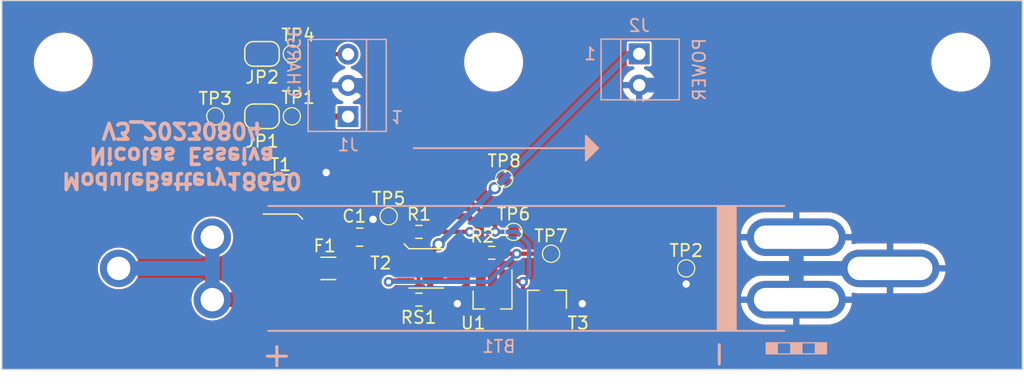
<source format=kicad_pcb>
(kicad_pcb (version 20241229) (generator "pcbnew") (generator_version "9.0")
  (layers (0 "F.Cu" signal) (2 "B.Cu" signal) (13 "F.Paste" user) (15 "B.Paste" user) (5 "F.SilkS" user "F.Silkscreen") (7 "B.SilkS" user "B.Silkscreen") (1 "F.Mask" user) (3 "B.Mask" user) (25 "Edge.Cuts" user))
  (net 0 "")
  (net 1 "Net-(BT1-+)")
  (net 2 "GND")
  (net 3 "Net-(JP1-B)")
  (net 4 "/Vch")
  (net 5 "Net-(J1-P3)")
  (net 6 "/Vbat")
  (net 7 "Net-(JP2-B)")
  (net 8 "Net-(U1-VDD)")
  (net 9 "Net-(T2-G)")
  (footprint "0ESNLib:TestPoint_Pad_D1.0mm" (layer "F.Cu") (at 149.86 110.49)
    (property "Reference" "TP8" (at 0 -1.448 0) (layer "F.SilkS"))
    (property "Value" "TestPoint")
    (fp_circle (center 0 0) (end 0.7 0) (stroke (width 0.1)) (fill no) (layer "F.SilkS"))
    (pad "1" smd circle (at 0 0) (size 1 1) (layers "F.Cu" "F.Mask") (net 6 "/Vbat"))
  )
  (footprint "0ESNLib:TestPoint_Pad_D1.0mm" (layer "F.Cu") (at 150.622 114.808)
    (property "Reference" "TP6" (at 0 -1.448 0) (layer "F.SilkS"))
    (property "Value" "TestPoint")
    (fp_circle (center 0 0) (end 0.7 0) (stroke (width 0.1)) (fill no) (layer "F.SilkS"))
    (pad "1" smd circle (at 0 0) (size 1 1) (layers "F.Cu" "F.Mask") (net 7 "Net-(JP2-B)"))
  )
  (footprint "0ESNLib:TestPoint_Pad_D1.0mm" (layer "F.Cu") (at 164.66 117.78)
    (property "Reference" "TP2" (at 0 -1.448 0) (layer "F.SilkS"))
    (property "Value" "TestPoint")
    (fp_circle (center 0 0) (end 0.7 0) (stroke (width 0.1)) (fill no) (layer "F.SilkS"))
    (pad "1" smd circle (at 0 0) (size 1 1) (layers "F.Cu" "F.Mask") (net 2 "GND"))
  )
  (footprint "0ESNLib:Fuse_1206_3216Metric_Pad1.42x1.75mm_HandSolder" (layer "F.Cu") (at 135.56 117.78)
    (property "Reference" "F1" (at -0.305 -1.829 0) (layer "F.SilkS"))
    (property "Value" "xx mA")
    (fp_line (start -0.602064 -0.91) (end 0.602064 -0.91) (stroke (width 0.12)) (layer "F.SilkS"))
    (fp_line (start -0.602064 0.91) (end 0.602064 0.91) (stroke (width 0.12)) (layer "F.SilkS"))
    (pad "1" smd rect (at -1.4875 0) (size 1.425 1.75) (layers "F.Cu" "F.Mask" "F.Paste") (net 1 "Net-(BT1-+)"))
    (pad "2" smd rect (at 1.4875 0) (size 1.425 1.75) (layers "F.Cu" "F.Mask" "F.Paste") (net 3 "Net-(JP1-B)"))
  )
  (footprint "0ESNLib:PowerPAK 1212-8S" (layer "F.Cu") (at 143.51 117.78)
    (property "Reference" "T2" (at -3.683 -0.432 0) (layer "F.SilkS"))
    (property "Value" "SISH101DN")
    (fp_line (start -1.4 -1.6) (end -1.8 -2) (stroke (width 0.12)) (layer "F.SilkS"))
    (fp_line (start -1.4 -1.6) (end 1.4 -1.6) (stroke (width 0.12)) (layer "F.SilkS"))
    (fp_line (start -1.4 1.6) (end 1.4 1.6) (stroke (width 0.12)) (layer "F.SilkS"))
    (pad "1" smd roundrect (at -1.69 -0.99) (size 1.5 0.405) (layers "F.Cu" "F.Mask" "F.Paste") (net 8 "Net-(U1-VDD)"))
    (pad "2" smd roundrect (at -1.69 -0.33) (size 1.5 0.405) (layers "F.Cu" "F.Mask" "F.Paste") (net 8 "Net-(U1-VDD)"))
    (pad "3" smd roundrect (at -1.69 0.33) (size 1.5 0.405) (layers "F.Cu" "F.Mask" "F.Paste") (net 8 "Net-(U1-VDD)"))
    (pad "4" smd roundrect (at -1.69 0.99) (size 1.5 0.405) (layers "F.Cu" "F.Mask" "F.Paste") (net 9 "Net-(T2-G)"))
    (pad "5" smd rect (at 0.5575 0) (size 1.725 2.235) (layers "F.Cu" "F.Mask" "F.Paste") (net 6 "/Vbat"))
    (pad "5" smd roundrect (at 1.805 -0.98) (size 1.27 0.405) (layers "F.Cu" "F.Mask" "F.Paste") (net 6 "/Vbat"))
    (pad "5" smd roundrect (at 1.805 -0.32) (size 1.27 0.405) (layers "F.Cu" "F.Mask" "F.Paste") (net 6 "/Vbat"))
    (pad "5" smd roundrect (at 1.805 0.34) (size 1.27 0.405) (layers "F.Cu" "F.Mask" "F.Paste") (net 6 "/Vbat"))
    (pad "5" smd roundrect (at 1.805 1) (size 1.27 0.405) (layers "F.Cu" "F.Mask" "F.Paste") (net 6 "/Vbat"))
  )
  (footprint "0ESNLib:TestPoint_Pad_D1.0mm" (layer "F.Cu") (at 132.588 100.33)
    (property "Reference" "TP4" (at 0.508 -1.524 180) (layer "F.SilkS"))
    (property "Value" "TestPoint")
    (fp_circle (center 0 0) (end 0.7 0) (stroke (width 0.1)) (fill no) (layer "F.SilkS"))
    (pad "1" smd circle (at 0 0) (size 1 1) (layers "F.Cu" "F.Mask") (net 5 "Net-(J1-P3)"))
  )
  (footprint "Jumper:SolderJumper-2_P1.3mm_Open_RoundedPad1.0x1.5mm" (layer "F.Cu") (at 130.16 100.33 180)
    (property "Reference" "JP2" (at -0.015 -1.905 0) (layer "F.SilkS"))
    (property "Value" "SolderJumper_2_Bridged")
    (fp_line (start 1.4 -0.3) (end 1.4 0.3) (stroke (width 0.12)) (layer "F.SilkS"))
    (fp_line (start 0.7 1) (end -0.7 1) (stroke (width 0.12)) (layer "F.SilkS"))
    (fp_line (start -0.7 -1) (end 0.7 -1) (stroke (width 0.12)) (layer "F.SilkS"))
    (fp_line (start -1.4 0.3) (end -1.4 -0.3) (stroke (width 0.12)) (layer "F.SilkS"))
    (fp_arc (start 1.4 0.3) (mid 1.194975 0.794975) (end 0.7 1) (stroke (width 0.12)) (layer "F.SilkS"))
    (fp_arc (start 0.7 -1) (mid 1.194975 -0.794975) (end 1.4 -0.3) (stroke (width 0.12)) (layer "F.SilkS"))
    (fp_arc (start -0.7 1) (mid -1.194975 0.794975) (end -1.4 0.3) (stroke (width 0.12)) (layer "F.SilkS"))
    (fp_arc (start -1.4 -0.3) (mid -1.194975 -0.794975) (end -0.7 -1) (stroke (width 0.12)) (layer "F.SilkS"))
    (pad "1" smd custom (at -0.65 0 180) (size 1 0.5) (layers "F.Cu" "F.Mask") (net 5 "Net-(J1-P3)") (options (clearance outline) (anchor rect)) (primitives (gr_circle (center 0 0.25) (end 0.5 0.25) (width 0) (fill yes)) (gr_circle (center 0 -0.25) (end 0.5 -0.25) (width 0) (fill yes)) (gr_poly (pts (xy 0.5 0.75) (xy 0 0.75) (xy 0 -0.75) (xy 0.5 -0.75)) (width 0) (fill yes))))
    (pad "2" smd custom (at 0.65 0 180) (size 1 0.5) (layers "F.Cu" "F.Mask") (net 7 "Net-(JP2-B)") (options (clearance outline) (anchor rect)) (primitives (gr_circle (center 0 0.25) (end 0.5 0.25) (width 0) (fill yes)) (gr_circle (center 0 -0.25) (end 0.5 -0.25) (width 0) (fill yes)) (gr_poly (pts (xy 0 0.75) (xy -0.5 0.75) (xy -0.5 -0.75) (xy 0 -0.75)) (width 0) (fill yes))))
  )
  (footprint "Resistor_SMD:R_0603_1608Metric_Pad0.98x0.95mm_HandSolder" (layer "F.Cu") (at 142.926 120.32)
    (property "Reference" "RS1" (at -0.0256 1.4476 0) (layer "F.SilkS"))
    (property "Value" "0R NP")
    (fp_line (start -0.254724 -0.5225) (end 0.254724 -0.5225) (stroke (width 0.12)) (layer "F.SilkS"))
    (fp_line (start -0.254724 0.5225) (end 0.254724 0.5225) (stroke (width 0.12)) (layer "F.SilkS"))
    (pad "1" smd roundrect (at -0.9125 0) (size 0.975 0.95) (layers "F.Cu" "F.Mask" "F.Paste") (net 8 "Net-(U1-VDD)"))
    (pad "2" smd roundrect (at 0.9125 0) (size 0.975 0.95) (layers "F.Cu" "F.Mask" "F.Paste") (net 6 "/Vbat"))
  )
  (footprint "0ESNLib:TestPoint_Pad_D1.0mm" (layer "F.Cu") (at 132.588 105.41)
    (property "Reference" "TP1" (at 0.508 -1.524 0) (layer "F.SilkS"))
    (property "Value" "TestPoint")
    (fp_circle (center 0 0) (end 0.7 0) (stroke (width 0.1)) (fill no) (layer "F.SilkS"))
    (pad "1" smd circle (at 0 0) (size 1 1) (layers "F.Cu" "F.Mask") (net 4 "/Vch"))
  )
  (footprint "0ESNLib:TestPoint_Pad_D1.0mm" (layer "F.Cu") (at 153.67 116.586)
    (property "Reference" "TP7" (at 0 -1.448 0) (layer "F.SilkS"))
    (property "Value" "TestPoint")
    (fp_circle (center 0 0) (end 0.7 0) (stroke (width 0.1)) (fill no) (layer "F.SilkS"))
    (pad "1" smd circle (at 0 0) (size 1 1) (layers "F.Cu" "F.Mask") (net 9 "Net-(T2-G)"))
  )
  (footprint "MountingHole:MountingHole_4.3mm_M4" (layer "F.Cu") (at 114 101)
    (property "Reference" "H1" (hide yes))
    (property "Value" "MountingHole")
    (pad "" np_thru_hole circle (at 0 0) (size 4.3 4.3) (drill 4.3) (layers "*.Cu" "*.Mask"))
  )
  (footprint "MountingHole:MountingHole_4.3mm_M4" (layer "F.Cu") (at 187 101)
    (property "Reference" "H3" (hide yes))
    (property "Value" "MountingHole")
    (pad "" np_thru_hole circle (at 0 0) (size 4.3 4.3) (drill 4.3) (layers "*.Cu" "*.Mask"))
  )
  (footprint "Jumper:SolderJumper-2_P1.3mm_Open_RoundedPad1.0x1.5mm" (layer "F.Cu") (at 130.16 105.41 180)
    (property "Reference" "JP1" (at 0 -2.032 0) (layer "F.SilkS"))
    (property "Value" "SolderJumper_2_Bridged")
    (fp_line (start 1.4 -0.3) (end 1.4 0.3) (stroke (width 0.12)) (layer "F.SilkS"))
    (fp_line (start 0.7 1) (end -0.7 1) (stroke (width 0.12)) (layer "F.SilkS"))
    (fp_line (start -0.7 -1) (end 0.7 -1) (stroke (width 0.12)) (layer "F.SilkS"))
    (fp_line (start -1.4 0.3) (end -1.4 -0.3) (stroke (width 0.12)) (layer "F.SilkS"))
    (fp_arc (start 1.4 0.3) (mid 1.194975 0.794975) (end 0.7 1) (stroke (width 0.12)) (layer "F.SilkS"))
    (fp_arc (start 0.7 -1) (mid 1.194975 -0.794975) (end 1.4 -0.3) (stroke (width 0.12)) (layer "F.SilkS"))
    (fp_arc (start -0.7 1) (mid -1.194975 0.794975) (end -1.4 0.3) (stroke (width 0.12)) (layer "F.SilkS"))
    (fp_arc (start -1.4 -0.3) (mid -1.194975 -0.794975) (end -0.7 -1) (stroke (width 0.12)) (layer "F.SilkS"))
    (pad "1" smd custom (at -0.65 0 180) (size 1 0.5) (layers "F.Cu" "F.Mask") (net 4 "/Vch") (options (clearance outline) (anchor rect)) (primitives (gr_circle (center 0 0.25) (end 0.5 0.25) (width 0) (fill yes)) (gr_circle (center 0 -0.25) (end 0.5 -0.25) (width 0) (fill yes)) (gr_poly (pts (xy 0.5 0.75) (xy 0 0.75) (xy 0 -0.75) (xy 0.5 -0.75)) (width 0) (fill yes))))
    (pad "2" smd custom (at 0.65 0 180) (size 1 0.5) (layers "F.Cu" "F.Mask") (net 3 "Net-(JP1-B)") (options (clearance outline) (anchor rect)) (primitives (gr_circle (center 0 0.25) (end 0.5 0.25) (width 0) (fill yes)) (gr_circle (center 0 -0.25) (end 0.5 -0.25) (width 0) (fill yes)) (gr_poly (pts (xy 0 0.75) (xy -0.5 0.75) (xy -0.5 -0.75) (xy 0 -0.75)) (width 0) (fill yes))))
  )
  (footprint "0ESNLib:TestPoint_Pad_D1.0mm" (layer "F.Cu") (at 140.462 113.538)
    (property "Reference" "TP5" (at 0 -1.448 0) (layer "F.SilkS"))
    (property "Value" "TestPoint")
    (fp_circle (center 0 0) (end 0.7 0) (stroke (width 0.1)) (fill no) (layer "F.SilkS"))
    (pad "1" smd circle (at 0 0) (size 1 1) (layers "F.Cu" "F.Mask") (net 8 "Net-(U1-VDD)"))
  )
  (footprint "MountingHole:MountingHole_4.3mm_M4" (layer "F.Cu") (at 149 101)
    (property "Reference" "H2" (hide yes))
    (property "Value" "MountingHole")
    (pad "" np_thru_hole circle (at 0 0) (size 4.3 4.3) (drill 4.3) (layers "*.Cu" "*.Mask"))
  )
  (footprint "0ESNLib:PowerPAK 1212-8S" (layer "F.Cu") (at 131.66 111.76 180)
    (property "Reference" "T1" (at 0 2.413 0) (layer "F.SilkS"))
    (property "Value" "SISH101DN")
    (fp_line (start -1.4 1.6) (end 1.4 1.6) (stroke (width 0.12)) (layer "F.SilkS"))
    (fp_line (start -1.4 -1.6) (end 1.4 -1.6) (stroke (width 0.12)) (layer "F.SilkS"))
    (fp_line (start -1.4 -1.6) (end -1.8 -2) (stroke (width 0.12)) (layer "F.SilkS"))
    (pad "1" smd roundrect (at -1.69 -0.99 180) (size 1.5 0.405) (layers "F.Cu" "F.Mask" "F.Paste") (net 8 "Net-(U1-VDD)"))
    (pad "2" smd roundrect (at -1.69 -0.33 180) (size 1.5 0.405) (layers "F.Cu" "F.Mask" "F.Paste") (net 8 "Net-(U1-VDD)"))
    (pad "3" smd roundrect (at -1.69 0.33 180) (size 1.5 0.405) (layers "F.Cu" "F.Mask" "F.Paste") (net 8 "Net-(U1-VDD)"))
    (pad "4" smd roundrect (at -1.69 0.99 180) (size 1.5 0.405) (layers "F.Cu" "F.Mask" "F.Paste") (net 2 "GND"))
    (pad "5" smd rect (at 0.5575 0 180) (size 1.725 2.235) (layers "F.Cu" "F.Mask" "F.Paste") (net 3 "Net-(JP1-B)"))
    (pad "5" smd roundrect (at 1.805 -0.98 180) (size 1.27 0.405) (layers "F.Cu" "F.Mask" "F.Paste") (net 3 "Net-(JP1-B)"))
    (pad "5" smd roundrect (at 1.805 -0.32 180) (size 1.27 0.405) (layers "F.Cu" "F.Mask" "F.Paste") (net 3 "Net-(JP1-B)"))
    (pad "5" smd roundrect (at 1.805 0.34 180) (size 1.27 0.405) (layers "F.Cu" "F.Mask" "F.Paste") (net 3 "Net-(JP1-B)"))
    (pad "5" smd roundrect (at 1.805 1 180) (size 1.27 0.405) (layers "F.Cu" "F.Mask" "F.Paste") (net 3 "Net-(JP1-B)"))
  )
  (footprint "Capacitor_SMD:C_0805_2012Metric_Pad1.18x1.45mm_HandSolder" (layer "F.Cu") (at 138.1 115.24)
    (property "Reference" "C1" (at -0.432 -1.702 0) (layer "F.SilkS"))
    (property "Value" "4.7uF")
    (fp_line (start -0.261252 -0.735) (end 0.261252 -0.735) (stroke (width 0.12)) (layer "F.SilkS"))
    (fp_line (start -0.261252 0.735) (end 0.261252 0.735) (stroke (width 0.12)) (layer "F.SilkS"))
    (pad "1" smd roundrect (at -1.0375 0) (size 1.175 1.45) (layers "F.Cu" "F.Mask" "F.Paste") (roundrect_rratio 0.212766) (net 3 "Net-(JP1-B)"))
    (pad "2" smd roundrect (at 1.0375 0) (size 1.175 1.45) (layers "F.Cu" "F.Mask" "F.Paste") (roundrect_rratio 0.212766) (net 2 "GND"))
  )
  (footprint "Package_TO_SOT_SMD:SOT-23_Handsoldering" (layer "F.Cu") (at 153.34 120.32 90)
    (property "Reference" "T3" (at -1.905 2.54 0) (layer "F.SilkS"))
    (property "Value" "FDN337N")
    (fp_line (start 0.76 -1.58) (end -2.4 -1.58) (stroke (width 0.12)) (layer "F.SilkS"))
    (fp_line (start 0.76 -1.58) (end 0.76 -0.65) (stroke (width 0.12)) (layer "F.SilkS"))
    (fp_line (start 0.76 1.58) (end 0.76 0.65) (stroke (width 0.12)) (layer "F.SilkS"))
    (fp_line (start 0.76 1.58) (end -0.7 1.58) (stroke (width 0.12)) (layer "F.SilkS"))
    (pad "1" smd rect (at -1.5 -0.95 90) (size 1.9 0.8) (layers "F.Cu" "F.Mask" "F.Paste") (net 7 "Net-(JP2-B)"))
    (pad "2" smd rect (at -1.5 0.95 90) (size 1.9 0.8) (layers "F.Cu" "F.Mask" "F.Paste") (net 2 "GND"))
    (pad "3" smd rect (at 1.5 0 90) (size 1.9 0.8) (layers "F.Cu" "F.Mask" "F.Paste") (net 9 "Net-(T2-G)"))
  )
  (footprint "Package_TO_SOT_SMD:SOT-23_Handsoldering" (layer "F.Cu") (at 148.91 120.32 -90)
    (property "Reference" "U1" (at 1.905 1.575 180) (layer "F.SilkS"))
    (property "Value" "MCP121T-315E")
    (fp_line (start 0.76 1.58) (end -0.7 1.58) (stroke (width 0.12)) (layer "F.SilkS"))
    (fp_line (start 0.76 1.58) (end 0.76 0.65) (stroke (width 0.12)) (layer "F.SilkS"))
    (fp_line (start 0.76 -1.58) (end 0.76 -0.65) (stroke (width 0.12)) (layer "F.SilkS"))
    (fp_line (start 0.76 -1.58) (end -2.4 -1.58) (stroke (width 0.12)) (layer "F.SilkS"))
    (pad "1" smd rect (at -1.5 -0.95 270) (size 1.9 0.8) (layers "F.Cu" "F.Mask" "F.Paste") (net 7 "Net-(JP2-B)"))
    (pad "2" smd rect (at -1.5 0.95 270) (size 1.9 0.8) (layers "F.Cu" "F.Mask" "F.Paste") (net 8 "Net-(U1-VDD)"))
    (pad "3" smd rect (at 1.5 0 270) (size 1.9 0.8) (layers "F.Cu" "F.Mask" "F.Paste") (net 2 "GND"))
  )
  (footprint "Resistor_SMD:R_0603_1608Metric_Pad0.98x0.95mm_HandSolder" (layer "F.Cu") (at 148.844 116.51)
    (property "Reference" "R2" (at -0.762 -1.3464 0) (layer "F.SilkS"))
    (property "Value" "100k")
    (fp_line (start -0.254724 -0.5225) (end 0.254724 -0.5225) (stroke (width 0.12)) (layer "F.SilkS"))
    (fp_line (start -0.254724 0.5225) (end 0.254724 0.5225) (stroke (width 0.12)) (layer "F.SilkS"))
    (pad "1" smd roundrect (at -0.9125 0) (size 0.975 0.95) (layers "F.Cu" "F.Mask" "F.Paste") (net 8 "Net-(U1-VDD)"))
    (pad "2" smd roundrect (at 0.9125 0) (size 0.975 0.95) (layers "F.Cu" "F.Mask" "F.Paste") (net 9 "Net-(T2-G)"))
  )
  (footprint "Resistor_SMD:R_0603_1608Metric_Pad0.98x0.95mm_HandSolder" (layer "F.Cu") (at 142.926 114.808)
    (property "Reference" "R1" (at 0 -1.43 0) (layer "F.SilkS"))
    (property "Value" "100k")
    (fp_line (start -0.254724 -0.5225) (end 0.254724 -0.5225) (stroke (width 0.12)) (layer "F.SilkS"))
    (fp_line (start -0.254724 0.5225) (end 0.254724 0.5225) (stroke (width 0.12)) (layer "F.SilkS"))
    (pad "1" smd roundrect (at -0.9125 0) (size 0.975 0.95) (layers "F.Cu" "F.Mask" "F.Paste") (net 8 "Net-(U1-VDD)"))
    (pad "2" smd roundrect (at 0.9125 0) (size 0.975 0.95) (layers "F.Cu" "F.Mask" "F.Paste") (net 7 "Net-(JP2-B)"))
  )
  (footprint "0ESNLib:TestPoint_Pad_D1.0mm" (layer "F.Cu") (at 126.365 105.41)
    (property "Reference" "TP3" (at 0 -1.448 0) (layer "F.SilkS"))
    (property "Value" "TestPoint")
    (fp_circle (center 0 0) (end 0.7 0) (stroke (width 0.1)) (fill no) (layer "F.SilkS"))
    (pad "1" smd circle (at 0 0) (size 1 1) (layers "F.Cu" "F.Mask") (net 3 "Net-(JP1-B)"))
  )
  (footprint "0ESNLib:Connector_3p_m" (layer "B.Cu") (at 137.16 105.435)
    (property "Reference" "J1" (at 0 2.3 180) (layer "B.SilkS") (effects (justify mirror)))
    (property "Value" "Connector_3p")
    (fp_line (start -3.25 -6.28) (end -3.25 1.2) (stroke (width 0.12)) (layer "B.SilkS"))
    (fp_line (start -3.25 -6.28) (end 3.1 -6.28) (stroke (width 0.12)) (layer "B.SilkS"))
    (fp_line (start -3.25 1.2) (end 3.1 1.2) (stroke (width 0.12)) (layer "B.SilkS"))
    (fp_line (start 1.5 1.2) (end 1.5 -6.28) (stroke (width 0.12)) (layer "B.SilkS"))
    (fp_line (start 3.1 1.2) (end 3.1 -6.28) (stroke (width 0.12)) (layer "B.SilkS"))
    (fp_text user "1" (at 4 0 180) (layer "B.SilkS") (effects (justify mirror)))
    (pad "1" thru_hole rect (at 0 0) (size 1.7 1.7) (drill 1) (layers "*.Cu" "*.Mask") (net 4 "/Vch"))
    (pad "2" thru_hole oval (at 0 -2.54) (size 1.7 1.7) (drill 1) (layers "*.Cu" "*.Mask") (net 2 "GND"))
    (pad "3" thru_hole oval (at 0 -5.08) (size 1.7 1.7) (drill 1) (layers "*.Cu" "*.Mask") (net 5 "Net-(J1-P3)"))
  )
  (footprint "0ESNLib:Connector_2p_m" (layer "B.Cu") (at 160.84 100.33 180)
    (property "Reference" "J2" (at 0 2.3 0) (layer "B.SilkS") (effects (justify mirror)))
    (property "Value" "Connector_2p_r")
    (fp_line (start 3.1 1.2) (end 3.1 -3.74) (stroke (width 0.12)) (layer "B.SilkS"))
    (fp_line (start 1.5 1.2) (end 1.5 -3.74) (stroke (width 0.12)) (layer "B.SilkS"))
    (fp_line (start -3.25 1.2) (end 3.1 1.2) (stroke (width 0.12)) (layer "B.SilkS"))
    (fp_line (start -3.25 -3.74) (end 3.1 -3.74) (stroke (width 0.12)) (layer "B.SilkS"))
    (fp_line (start -3.25 -3.74) (end -3.25 1.2) (stroke (width 0.12)) (layer "B.SilkS"))
    (fp_text user "1" (at 4 0 0) (layer "B.SilkS") (effects (justify mirror)))
    (pad "1" thru_hole rect (at 0 0 180) (size 1.7 1.7) (drill 1) (layers "*.Cu" "*.Mask") (net 6 "/Vbat"))
    (pad "2" thru_hole oval (at 0 -2.54 180) (size 1.7 1.7) (drill 1) (layers "*.Cu" "*.Mask") (net 2 "GND"))
  )
  (footprint "0ESNLib:18650_Battery_holder" (layer "B.Cu") (at 171.12 117.78)
    (property "Reference" "BT1" (at -21.7 6.35 180) (layer "B.SilkS") (effects (justify mirror)))
    (property "Value" "LiIon 3.7V 4.2V")
    (fp_line (start -40.46 5.08) (end 1.53 5.08) (stroke (width 0.15)) (layer "B.SilkS"))
    (fp_line (start 0.975 6.05) (end 2.025 6.05) (stroke (width 0.1)) (layer "B.SilkS"))
    (fp_line (start 1 6.95) (end 2.05 6.95) (stroke (width 0.1)) (layer "B.SilkS"))
    (fp_line (start 1.53 -5.08) (end -40.46 -5.08) (stroke (width 0.15)) (layer "B.SilkS"))
    (fp_line (start 2.95 6.05) (end 4 6.05) (stroke (width 0.1)) (layer "B.SilkS"))
    (fp_line (start 2.975 6.95) (end 4.025 6.95) (stroke (width 0.1)) (layer "B.SilkS"))
    (fp_rect (start 0 6) (end 1 7) (fill yes) (layer "B.SilkS"))
    (fp_rect (start 2 6) (end 3 7) (fill yes) (layer "B.SilkS"))
    (fp_rect (start 4 6) (end 5 7) (fill yes) (layer "B.SilkS"))
    (fp_poly (pts (xy -2.396 5.08) (xy -2.396 -5.08) (xy -3.92 -5.08) (xy -3.92 5.08)) (stroke (width 0.1)) (fill yes) (layer "B.SilkS"))
    (fp_text user "-" (at -3.92 6.985 270) (layer "B.SilkS") (effects (font (size 2.032 2.032) (thickness 0.25)) (justify mirror)))
    (fp_text user "+" (at -39.75 6.985 180) (layer "B.SilkS") (effects (font (size 2.032 2.032) (thickness 0.25)) (justify mirror)))
    (pad "1" thru_hole circle (at -52.62 0) (size 3.048 3.048) (drill 1.905) (layers "*.Cu" "*.Mask") (net 1 "Net-(BT1-+)"))
    (pad "1" thru_hole circle (at -45 -2.54) (size 3.048 3.048) (drill 1.905) (layers "*.Cu" "*.Mask") (net 1 "Net-(BT1-+)"))
    (pad "1" thru_hole circle (at -45 2.54) (size 3.048 3.048) (drill 1.905) (layers "*.Cu" "*.Mask") (net 1 "Net-(BT1-+)"))
    (pad "2" thru_hole oval (at 2.5 -2.54) (size 8.048 3.048) (drill oval 6.905 1.905) (layers "*.Cu" "*.Mask") (net 2 "GND"))
    (pad "2" thru_hole oval (at 2.5 2.54) (size 8.048 3.048) (drill oval 6.905 1.905) (layers "*.Cu" "*.Mask") (net 2 "GND"))
    (pad "2" thru_hole oval (at 10.12 0) (size 8.048 3.048) (drill oval 6.905 1.905) (layers "*.Cu" "*.Mask") (net 2 "GND"))
  )
  (gr_poly (pts (xy 157.5 108) (xy 156.5 109) (xy 156.5 107)) (stroke (width 0.15)) (fill yes) (layer "B.SilkS"))
  (gr_line (start 142.5 108) (end 157.5 108) (stroke (width 0.15)) (layer "B.SilkS"))
  (gr_rect (start 109 96) (end 192 126) (stroke (width 0.1)) (fill no) (layer "Edge.Cuts"))
  (gr_text "POWER" (at 165.735 101.6 90) (layer "B.SilkS") (effects (font (size 1 1)) (justify mirror)))
  (gr_text "ModuleBattery18650\nNicolas Esseiva\nV3_20230804" (at 123.6472 108.6104 180) (layer "B.SilkS") (effects (font (size 1.27 1.27) (thickness 0.3)) (justify mirror)))
  (gr_text "CHARGE" (at 132.715 100.965 270) (layer "B.SilkS") (effects (font (size 1 1)) (justify mirror)))
  (segment (start 134.0725 119.2675) (end 134.0725 117.78) (width 1.2) (layer "F.Cu") (net 1))
  (segment (start 133.02 120.32) (end 134.0725 119.2675) (width 1.2) (layer "F.Cu") (net 1))
  (segment (start 126.12 120.32) (end 133.02 120.32) (width 1.2) (layer "F.Cu") (net 1))
  (segment (start 126.06 117.78) (end 126.12 117.72) (width 1.2) (layer "B.Cu") (net 1))
  (segment (start 118.5 117.78) (end 126.06 117.78) (width 1.2) (layer "B.Cu") (net 1))
  (segment (start 126.12 115.24) (end 126.12 117.72) (width 1.2) (layer "B.Cu") (net 1))
  (segment (start 126.12 117.72) (end 126.12 120.32) (width 1.2) (layer "B.Cu") (net 1))
  (segment (start 139.192 113.792) (end 139.192 115.1855) (width 0.5) (layer "F.Cu") (net 2))
  (segment (start 164.66 117.78) (end 164.66 119.05) (width 1.2) (layer "F.Cu") (net 2))
  (segment (start 147.22 121.82) (end 146.05 120.65) (width 0.5) (layer "F.Cu") (net 2))
  (segment (start 155.04 121.82) (end 156.21 120.65) (width 0.5) (layer "F.Cu") (net 2))
  (segment (start 133.35 110.77) (end 134.594 110.77) (width 0.5) (layer "F.Cu") (net 2))
  (segment (start 139.192 115.1855) (end 139.1375 115.24) (width 0.5) (layer "F.Cu") (net 2))
  (segment (start 148.91 121.82) (end 147.22 121.82) (width 0.5) (layer "F.Cu") (net 2))
  (segment (start 154.29 121.82) (end 155.04 121.82) (width 0.5) (layer "F.Cu") (net 2))
  (segment (start 134.594 110.77) (end 135.382 109.982) (width 0.5) (layer "F.Cu") (net 2))
  (via (at 146.05 120.65) (size 1) (drill 0.6) (layers "F.Cu" "B.Cu") (net 2))
  (via (at 156.21 120.65) (size 1) (drill 0.6) (layers "F.Cu" "B.Cu") (net 2))
  (via (at 135.382 109.982) (size 1) (drill 0.6) (layers "F.Cu" "B.Cu") (net 2))
  (via (at 164.66 119.05) (size 1) (drill 0.6) (layers "F.Cu" "B.Cu") (net 2))
  (via (at 139.192 113.792) (size 1) (drill 0.6) (layers "F.Cu" "B.Cu") (net 2))
  (segment (start 138.201 102.895) (end 137.16 102.895) (width 1.2) (layer "B.Cu") (net 2))
  (segment (start 139.192 119.888) (end 139.192 115.824) (width 1.2) (layer "B.Cu") (net 2))
  (segment (start 156.21 121.768) (end 156.134 121.844) (width 0.5) (layer "B.Cu") (net 2))
  (segment (start 164.465 102.87) (end 160.84 102.87) (width 1.2) (layer "B.Cu") (net 2))
  (segment (start 147.134 121.844) (end 146.05 121.844) (width 1.2) (layer "B.Cu") (net 2))
  (segment (start 166.802 117.78) (end 166.802 105.207) (width 1.2) (layer "B.Cu") (net 2))
  (segment (start 139.192 115.824) (end 139.192 113.792) (width 1.2) (layer "B.Cu") (net 2))
  (segment (start 139.192 115.824) (end 139.192 103.886) (width 1.2) (layer "B.Cu") (net 2))
  (segment (start 135.382 109.982) (end 139.192 109.982) (width 0.5) (layer "B.Cu") (net 2))
  (segment (start 146.05 121.844) (end 141.148 121.844) (width 1.2) (layer "B.Cu") (net 2))
  (segment (start 141.148 121.844) (end 139.192 119.888) (width 1.2) (layer "B.Cu") (net 2))
  (segment (start 166.802 117.78) (end 161.722 117.78) (width 1.2) (layer "B.Cu") (net 2))
  (segment (start 166.802 105.207) (end 164.465 102.87) (width 1.2) (layer "B.Cu") (net 2))
  (segment (start 161.722 117.78) (end 157.658 121.844) (width 1.2) (layer "B.Cu") (net 2))
  (segment (start 156.134 121.844) (end 147.134 121.844) (width 1.2) (layer "B.Cu") (net 2))
  (segment (start 166.802 117.78) (end 180.49 117.78) (width 1.2) (layer "B.Cu") (net 2))
  (segment (start 146.05 120.65) (end 146.05 121.844) (width 0.5) (layer "B.Cu") (net 2))
  (segment (start 164.66 119.05) (end 164.66 117.78) (width 1.2) (layer "B.Cu") (net 2))
  (segment (start 139.192 103.886) (end 138.201 102.895) (width 1.2) (layer "B.Cu") (net 2))
  (segment (start 157.658 121.844) (end 156.134 121.844) (width 1.2) (layer "B.Cu") (net 2))
  (segment (start 156.21 120.65) (end 156.21 121.768) (width 0.5) (layer "B.Cu") (net 2))
  (segment (start 173.62 115.24) (end 173.62 120.32) (width 1.2) (layer "B.Cu") (net 2))
  (segment (start 129.855 110.76) (end 128.032 110.76) (width 0.5) (layer "F.Cu") (net 3))
  (segment (start 128.016 105.41) (end 128.016 110.744) (width 0.5) (layer "F.Cu") (net 3))
  (segment (start 129.855 112.08) (end 128.082 112.08) (width 0.5) (layer "F.Cu") (net 3))
  (segment (start 137.0475 117.78) (end 137.0475 115.255) (width 0.5) (layer "F.Cu") (net 3))
  (segment (start 131.75 115.24) (end 131.1025 114.5925) (width 0.5) (layer "F.Cu") (net 3))
  (segment (start 128.016 110.744) (end 128.016 111.506) (width 0.5) (layer "F.Cu") (net 3))
  (segment (start 128.016 112.014) (end 128.742 112.74) (width 0.5) (layer "F.Cu") (net 3))
  (segment (start 131.1025 114.5925) (end 131.1025 111.76) (width 0.5) (layer "F.Cu") (net 3))
  (segment (start 128.082 112.08) (end 128.016 112.014) (width 0.5) (layer "F.Cu") (net 3))
  (segment (start 128.016 111.506) (end 128.016 112.014) (width 0.5) (layer "F.Cu") (net 3))
  (segment (start 126.365 105.41) (end 128.016 105.41) (width 0.5) (layer "F.Cu") (net 3))
  (segment (start 128.016 105.41) (end 129.51 105.41) (width 0.5) (layer "F.Cu") (net 3))
  (segment (start 137.0475 115.255) (end 137.0625 115.24) (width 0.5) (layer "F.Cu") (net 3))
  (segment (start 137.0625 115.24) (end 131.75 115.24) (width 0.5) (layer "F.Cu") (net 3))
  (segment (start 128.742 112.74) (end 129.855 112.74) (width 0.5) (layer "F.Cu") (net 3))
  (segment (start 129.855 111.42) (end 128.102 111.42) (width 0.5) (layer "F.Cu") (net 3))
  (segment (start 128.102 111.42) (end 128.016 111.506) (width 0.5) (layer "F.Cu") (net 3))
  (segment (start 128.032 110.76) (end 128.016 110.744) (width 0.5) (layer "F.Cu") (net 3))
  (segment (start 132.588 105.41) (end 132.613 105.435) (width 0.5) (layer "F.Cu") (net 4))
  (segment (start 132.613 105.435) (end 132.715 105.435) (width 0.5) (layer "F.Cu") (net 4))
  (segment (start 137.16 105.435) (end 132.715 105.435) (width 0.5) (layer "F.Cu") (net 4))
  (segment (start 132.715 105.435) (end 130.835 105.435) (width 0.5) (layer "F.Cu") (net 4))
  (segment (start 130.835 105.435) (end 130.81 105.41) (width 0.5) (layer "F.Cu") (net 4))
  (segment (start 130.81 100.33) (end 130.835 100.355) (width 0.35) (layer "F.Cu") (net 5))
  (segment (start 130.835 100.355) (end 137.16 100.355) (width 0.35) (layer "F.Cu") (net 5))
  (segment (start 144.0675 117.78) (end 144.0675 116.2825) (width 0.5) (layer "F.Cu") (net 6))
  (segment (start 146.802 118.12) (end 146.812 118.11) (width 0.5) (layer "F.Cu") (net 6))
  (segment (start 143.8385 120.32) (end 143.8385 118.009) (width 0.5) (layer "F.Cu") (net 6))
  (segment (start 145.315 118.12) (end 146.802 118.12) (width 0.5) (layer "F.Cu") (net 6))
  (segment (start 146.812 118.872) (end 146.812 119.126) (width 0.5) (layer "F.Cu") (net 6))
  (segment (start 149.86 110.49) (end 149.098 111.252) (width 0.5) (layer "F.Cu") (net 6))
  (segment (start 143.8385 118.009) (end 144.0675 117.78) (width 0.5) (layer "F.Cu") (net 6))
  (segment (start 146.7 117.46) (end 146.812 117.348) (width 0.5) (layer "F.Cu") (net 6))
  (segment (start 146.812 117.094) (end 146.812 117.348) (width 0.5) (layer "F.Cu") (net 6))
  (segment (start 146.72 118.78) (end 146.812 118.872) (width 0.5) (layer "F.Cu") (net 6))
  (segment (start 146.812 117.348) (end 146.812 118.11) (width 0.5) (layer "F.Cu") (net 6))
  (segment (start 146.304 119.634) (end 145.542 119.634) (width 0.5) (layer "F.Cu") (net 6))
  (segment (start 145.542 119.634) (end 144.856 120.32) (width 0.5) (layer "F.Cu") (net 6))
  (segment (start 146.518 116.8) (end 146.812 117.094) (width 0.5) (layer "F.Cu") (net 6))
  (segment (start 146.812 118.11) (end 146.812 118.872) (width 0.5) (layer "F.Cu") (net 6))
  (segment (start 146.812 119.126) (end 146.304 119.634) (width 0.5) (layer "F.Cu") (net 6))
  (segment (start 145.315 116.8) (end 146.518 116.8) (width 0.5) (layer "F.Cu") (net 6))
  (segment (start 144.856 120.32) (end 143.8385 120.32) (width 0.5) (layer "F.Cu") (net 6))
  (segment (start 144.0675 116.2825) (end 144.526 115.824) (width 0.5) (layer "F.Cu") (net 6))
  (segment (start 145.315 117.46) (end 146.7 117.46) (width 0.5) (layer "F.Cu") (net 6))
  (segment (start 145.315 118.78) (end 146.72 118.78) (width 0.5) (layer "F.Cu") (net 6))
  (via (at 149.098 111.252) (size 1) (drill 0.6) (layers "F.Cu" "B.Cu") (net 6))
  (via (at 144.526 115.824) (size 1) (drill 0.6) (layers "F.Cu" "B.Cu") (net 6))
  (segment (start 160.02 100.33) (end 160.84 100.33) (width 0.5) (layer "B.Cu") (net 6))
  (segment (start 149.098 111.252) (end 160.02 100.33) (width 0.5) (layer "B.Cu") (net 6))
  (segment (start 144.526 115.824) (end 149.098 111.252) (width 0.5) (layer "B.Cu") (net 6))
  (segment (start 150.622 114.808) (end 149.132552 114.808) (width 0.35) (layer "F.Cu") (net 7))
  (segment (start 149.86 118.82) (end 151.33194 118.82) (width 0.35) (layer "F.Cu") (net 7))
  (segment (start 129.51 99.09) (end 129.51 100.33) (width 0.35) (layer "F.Cu") (net 7))
  (segment (start 152.39 121.82) (end 151.792 121.82) (width 0.35) (layer "F.Cu") (net 7))
  (segment (start 151.792 121.82) (end 151.384 121.412) (width 0.35) (layer "F.Cu") (net 7))
  (segment (start 138.43 98.298) (end 130.302 98.298) (width 0.35) (layer "F.Cu") (net 7))
  (segment (start 147.065976 114.808) (end 147.066 114.807976) (width 0.35) (layer "F.Cu") (net 7))
  (segment (start 149.132548 114.334548) (end 139.7 104.902) (width 0.35) (layer "F.Cu") (net 7))
  (segment (start 139.7 99.568) (end 138.43 98.298) (width 0.35) (layer "F.Cu") (net 7))
  (segment (start 149.132548 114.807996) (end 149.132548 114.334548) (width 0.35) (layer "F.Cu") (net 7))
  (segment (start 151.33194 118.82) (end 151.38394 118.872) (width 0.35) (layer "F.Cu") (net 7))
  (segment (start 151.384 121.412) (end 151.384 118.87206) (width 0.35) (layer "F.Cu") (net 7))
  (segment (start 139.7 104.902) (end 139.7 99.568) (width 0.35) (layer "F.Cu") (net 7))
  (segment (start 149.132552 114.808) (end 149.132548 114.807996) (width 0.35) (layer "F.Cu") (net 7))
  (segment (start 130.302 98.298) (end 129.51 99.09) (width 0.35) (layer "F.Cu") (net 7))
  (segment (start 151.384 118.87206) (end 151.38394 118.872) (width 0.35) (layer "F.Cu") (net 7))
  (segment (start 143.8385 114.808) (end 147.065976 114.808) (width 0.35) (layer "F.Cu") (net 7))
  (via (at 151.38394 118.872) (size 0.8) (drill 0.4) (layers "F.Cu" "B.Cu") (net 7))
  (via (at 147.066 114.807976) (size 0.8) (drill 0.4) (layers "F.Cu" "B.Cu") (net 7))
  (via (at 149.132548 114.807996) (size 0.8) (drill 0.4) (layers "F.Cu" "B.Cu") (net 7))
  (segment (start 150.875976 114.807976) (end 147.066 114.807976) (width 0.35) (layer "B.Cu") (net 7))
  (segment (start 151.892 115.824) (end 150.875976 114.807976) (width 0.35) (layer "B.Cu") (net 7))
  (segment (start 151.892 118.36394) (end 151.892 115.824) (width 0.35) (layer "B.Cu") (net 7))
  (segment (start 151.38394 118.872) (end 151.892 118.36394) (width 0.35) (layer "B.Cu") (net 7))
  (segment (start 135.712 112.09) (end 135.725 112.103) (width 0.5) (layer "F.Cu") (net 8))
  (segment (start 140.564 117.45) (end 140.462 117.348) (width 0.5) (layer "F.Cu") (net 8))
  (segment (start 147.96 114.598913) (end 146.899087 113.538) (width 0.5) (layer "F.Cu") (net 8))
  (segment (start 135.078 112.75) (end 135.725 112.103) (width 0.5) (layer "F.Cu") (net 8))
  (segment (start 139.624 111.43) (end 136.398 111.43) (width 0.5) (layer "F.Cu") (net 8))
  (segment (start 140.462 117.602) (end 140.462 117.348) (width 0.5) (layer "F.Cu") (net 8))
  (segment (start 146.899087 113.538) (end 140.462 113.538) (width 0.5) (layer "F.Cu") (net 8))
  (segment (start 136.398 111.43) (end 133.35 111.43) (width 0.5) (layer "F.Cu") (net 8))
  (segment (start 140.462 114.808) (end 140.462 115.316) (width 0.5) (layer "F.Cu") (net 8))
  (segment (start 133.35 112.75) (end 135.078 112.75) (width 0.5) (layer "F.Cu") (net 8))
  (segment (start 147.96 118.82) (end 147.96 114.598913) (width 0.5) (layer "F.Cu") (net 8))
  (segment (start 140.462 112.268) (end 139.624 111.43) (width 0.5) (layer "F.Cu") (net 8))
  (segment (start 140.462 116.84) (end 140.462 115.316) (width 0.5) (layer "F.Cu") (net 8))
  (segment (start 133.35 112.09) (end 135.712 112.09) (width 0.5) (layer "F.Cu") (net 8))
  (segment (start 140.462 117.348) (end 140.462 116.84) (width 0.5) (layer "F.Cu") (net 8))
  (segment (start 139.446 119.888) (end 139.446 118.364) (width 0.5) (layer "F.Cu") (net 8))
  (segment (start 139.446 118.364) (end 140.462 117.348) (width 0.5) (layer "F.Cu") (net 8))
  (segment (start 140.462 115.316) (end 140.462 112.268) (width 0.5) (layer "F.Cu") (net 8))
  (segment (start 140.97 118.11) (end 140.462 117.602) (width 0.5) (layer "F.Cu") (net 8))
  (segment (start 140.512 116.79) (end 140.462 116.84) (width 0.5) (layer "F.Cu") (net 8))
  (segment (start 142.0135 120.32) (end 139.878 120.32) (width 0.5) (layer "F.Cu") (net 8))
  (segment (start 135.725 112.103) (end 136.398 111.43) (width 0.5) (layer "F.Cu") (net 8))
  (segment (start 141.82 116.79) (end 140.512 116.79) (width 0.5) (layer "F.Cu") (net 8))
  (segment (start 142.0135 114.808) (end 140.462 114.808) (width 0.5) (layer "F.Cu") (net 8))
  (segment (start 141.82 118.11) (end 140.97 118.11) (width 0.5) (layer "F.Cu") (net 8))
  (segment (start 141.82 117.45) (end 140.564 117.45) (width 0.5) (layer "F.Cu") (net 8))
  (segment (start 139.878 120.32) (end 139.446 119.888) (width 0.5) (layer "F.Cu") (net 8))
  (segment (start 140.564 118.77) (end 140.462 118.872) (width 0.35) (layer "F.Cu") (net 9))
  (segment (start 150.876 116.586) (end 152.4 116.586) (width 0.35) (layer "F.Cu") (net 9))
  (segment (start 149.8325 116.586) (end 149.7565 116.51) (width 0.35) (layer "F.Cu") (net 9))
  (segment (start 153.34 118.82) (end 153.34 117.526) (width 0.35) (layer "F.Cu") (net 9))
  (segment (start 141.82 118.77) (end 140.564 118.77) (width 0.35) (layer "F.Cu") (net 9))
  (segment (start 153.67 116.586) (end 152.654 116.586) (width 0.35) (layer "F.Cu") (net 9))
  (segment (start 152.4 116.586) (end 152.654 116.586) (width 0.35) (layer "F.Cu") (net 9))
  (segment (start 150.876 116.586) (end 149.8325 116.586) (width 0.35) (layer "F.Cu") (net 9))
  (segment (start 153.34 117.526) (end 152.4 116.586) (width 0.35) (layer "F.Cu") (net 9))
  (via (at 140.462 118.872) (size 0.8) (drill 0.4) (layers "F.Cu" "B.Cu") (net 9))
  (via (at 150.876 116.586) (size 0.8) (drill 0.4) (layers "F.Cu" "B.Cu") (net 9))
  (segment (start 148.59 118.872) (end 150.876 116.586) (width 0.35) (layer "B.Cu") (net 9))
  (segment (start 140.462 118.872) (end 148.59 118.872) (width 0.35) (layer "B.Cu") (net 9))
  (zone (net 2) (net_name "GND") (layers "F.Cu" "B.Cu") (connect_pads (clearance 0.17)) (min_thickness 0.254) (fill yes (thermal_gap 0.508) (thermal_bridge_width 0.508))
    (polygon (pts (xy 192 126) (xy 109 126) (xy 109 96) (xy 192 96)))
  )
)
</source>
